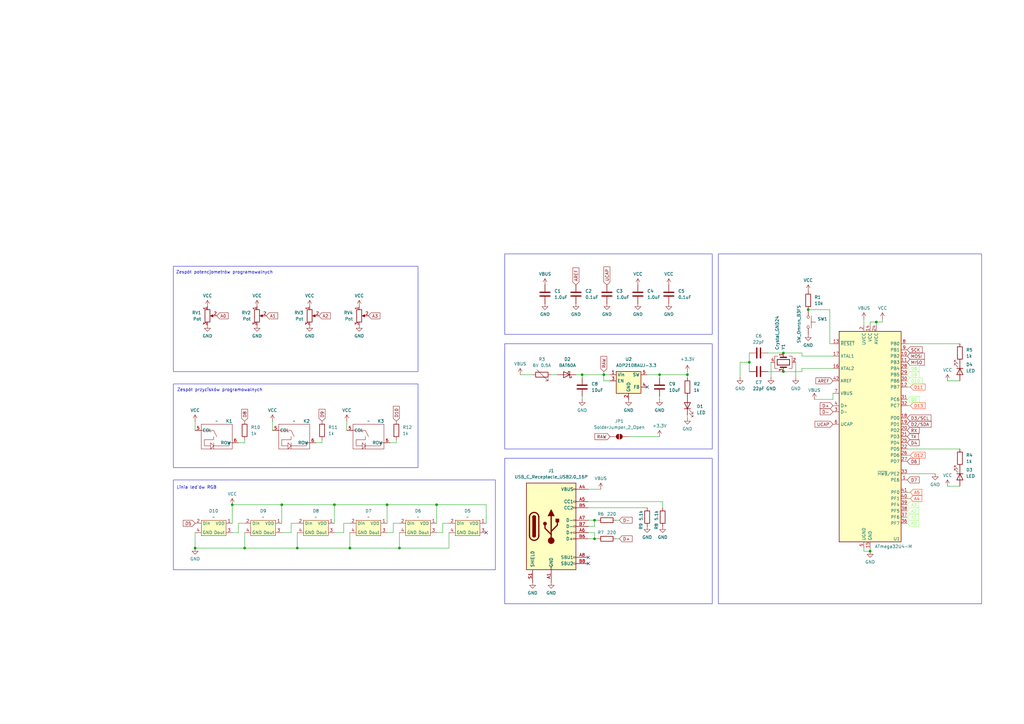
<source format=kicad_sch>
(kicad_sch (version 20231120) (generator "eeschema") (generator_version "8.0")
  (paper "A3")
  (title_block (title "MidiBoardEEA") (date "2024-10-22") (rev "1.1") (company "Politechnika Łódzka"))
  (lib_symbols
    (symbol "Connector:USB_C_Receptacle_USB2.0_16P" (pin_names (offset 1.016))
      (property "Reference" "J" (at 0 22.225 0))
      (property "Value" "USB_C_Receptacle_USB2.0_16P" (at 0 19.685 0))
      (symbol "USB_C_Receptacle_USB2.0_16P_0_0"
        (rectangle (start -0.254 -17.78) (end 0.254 -16.764))
        (rectangle (start 10.16 -14.986) (end 9.144 -15.494))
        (rectangle (start 10.16 -12.446) (end 9.144 -12.954))
        (rectangle (start 10.16 -4.826) (end 9.144 -5.334))
        (rectangle (start 10.16 -2.286) (end 9.144 -2.794))
        (rectangle (start 10.16 0.254) (end 9.144 -0.254))
        (rectangle (start 10.16 2.794) (end 9.144 2.286))
        (rectangle (start 10.16 7.874) (end 9.144 7.366))
        (rectangle (start 10.16 10.414) (end 9.144 9.906))
        (rectangle (start 10.16 15.494) (end 9.144 14.986))
      )
      (symbol "USB_C_Receptacle_USB2.0_16P_0_1"
        (rectangle (start -10.16 17.78) (end 10.16 -17.78) (stroke (width 0.254)) (fill (type background)))
        (arc (start -8.89 -3.81) (mid -6.985 -5.7067) (end -5.08 -3.81) (stroke (width 0.508)))
        (arc (start -7.62 -3.81) (mid -6.985 -4.4423) (end -6.35 -3.81) (stroke (width 0.254)))
        (arc (start -7.62 -3.81) (mid -6.985 -4.4423) (end -6.35 -3.81) (stroke (width 0.254)) (fill (type outline)))
        (rectangle (start -7.62 -3.81) (end -6.35 3.81) (stroke (width 0.254)) (fill (type outline)))
        (arc (start -6.35 3.81) (mid -6.985 4.4423) (end -7.62 3.81) (stroke (width 0.254)))
        (arc (start -6.35 3.81) (mid -6.985 4.4423) (end -7.62 3.81) (stroke (width 0.254)) (fill (type outline)))
        (arc (start -5.08 3.81) (mid -6.985 5.7067) (end -8.89 3.81) (stroke (width 0.508)))
        (circle (center -2.54 1.143) (radius 0.635) (stroke (width 0.254)) (fill (type outline)))
        (circle (center 0 -5.842) (radius 1.27) (fill (type outline)))
        (polyline (pts (xy -8.89 -3.81) (xy -8.89 3.81)) (stroke (width 0.508)))
        (polyline (pts (xy -5.08 3.81) (xy -5.08 -3.81)) (stroke (width 0.508)))
        (polyline (pts (xy 0 -5.842) (xy 0 4.318)) (stroke (width 0.508)))
        (polyline (pts (xy 0 -3.302) (xy -2.54 -0.762) (xy -2.54 0.508)) (stroke (width 0.508)))
        (polyline (pts (xy 0 -2.032) (xy 2.54 0.508) (xy 2.54 1.778)) (stroke (width 0.508)))
        (polyline (pts (xy -1.27 4.318) (xy 0 6.858) (xy 1.27 4.318) (xy -1.27 4.318)) (stroke (width 0.254)) (fill (type outline)))
        (rectangle (start 1.905 1.778) (end 3.175 3.048) (stroke (width 0.254)) (fill (type outline)))
      )
      (symbol "USB_C_Receptacle_USB2.0_16P_1_1"
        (pin passive line (at 0 -22.86 90) (length 5.08) (name "GND") (number "A1"))
        (pin passive line (at 0 -22.86 90) (length 5.08) hide (name "GND") (number "A12"))
        (pin passive line (at 15.24 15.24 180) (length 5.08) (name "VBUS") (number "A4"))
        (pin bidirectional line (at 15.24 10.16 180) (length 5.08) (name "CC1") (number "A5"))
        (pin bidirectional line (at 15.24 -2.54 180) (length 5.08) (name "D+") (number "A6"))
        (pin bidirectional line (at 15.24 2.54 180) (length 5.08) (name "D-") (number "A7"))
        (pin bidirectional line (at 15.24 -12.7 180) (length 5.08) (name "SBU1") (number "A8"))
        (pin passive line (at 15.24 15.24 180) (length 5.08) hide (name "VBUS") (number "A9"))
        (pin passive line (at 0 -22.86 90) (length 5.08) hide (name "GND") (number "B1"))
        (pin passive line (at 0 -22.86 90) (length 5.08) hide (name "GND") (number "B12"))
        (pin passive line (at 15.24 15.24 180) (length 5.08) hide (name "VBUS") (number "B4"))
        (pin bidirectional line (at 15.24 7.62 180) (length 5.08) (name "CC2") (number "B5"))
        (pin bidirectional line (at 15.24 -5.08 180) (length 5.08) (name "D+") (number "B6"))
        (pin bidirectional line (at 15.24 0 180) (length 5.08) (name "D-") (number "B7"))
        (pin bidirectional line (at 15.24 -15.24 180) (length 5.08) (name "SBU2") (number "B8"))
        (pin passive line (at 15.24 15.24 180) (length 5.08) hide (name "VBUS") (number "B9"))
        (pin passive line (at -7.62 -22.86 90) (length 5.08) (name "SHIELD") (number "S1"))
      )
    )
    (symbol "Device:C" (pin_numbers hide) (pin_names (offset 0.254))
      (property "Reference" "C" (at 0.635 2.54 0))
      (property "Value" "C" (at 0.635 -2.54 0))
      (symbol "C_0_1"
        (polyline (pts (xy -2.032 -0.762) (xy 2.032 -0.762)) (stroke (width 0.508)))
        (polyline (pts (xy -2.032 0.762) (xy 2.032 0.762)) (stroke (width 0.508)))
      )
      (symbol "C_1_1"
        (pin passive line (at 0 3.81 270) (length 2.794) (name "~") (number "1"))
        (pin passive line (at 0 -3.81 90) (length 2.794) (name "~") (number "2"))
      )
    )
    (symbol "Device:Crystal_GND24" (pin_names (offset 1.016) hide)
      (property "Reference" "Y" (at 3.175 5.08 0))
      (property "Value" "Crystal_GND24" (at 3.175 3.175 0))
      (symbol "Crystal_GND24_0_1"
        (rectangle (start -1.143 2.54) (end 1.143 -2.54) (stroke (width 0.3048)))
        (polyline (pts (xy -2.54 0) (xy -2.032 0)))
        (polyline (pts (xy -2.032 -1.27) (xy -2.032 1.27)) (stroke (width 0.508)))
        (polyline (pts (xy 0 -3.81) (xy 0 -3.556)))
        (polyline (pts (xy 0 3.556) (xy 0 3.81)))
        (polyline (pts (xy 2.032 -1.27) (xy 2.032 1.27)) (stroke (width 0.508)))
        (polyline (pts (xy 2.032 0) (xy 2.54 0)))
        (polyline (pts (xy -2.54 -2.286) (xy -2.54 -3.556) (xy 2.54 -3.556) (xy 2.54 -2.286)))
        (polyline (pts (xy -2.54 2.286) (xy -2.54 3.556) (xy 2.54 3.556) (xy 2.54 2.286)))
      )
      (symbol "Crystal_GND24_1_1"
        (pin passive line (at -3.81 0 0) (length 1.27) (name "1") (number "1"))
        (pin passive line (at 0 5.08 270) (length 1.27) (name "2") (number "2"))
        (pin passive line (at 3.81 0 180) (length 1.27) (name "3") (number "3"))
        (pin passive line (at 0 -5.08 90) (length 1.27) (name "4") (number "4"))
      )
    )
    (symbol "Device:LED" (pin_numbers hide) (pin_names (offset 1.016) hide)
      (property "Reference" "D" (at 0 2.54 0))
      (property "Value" "LED" (at 0 -2.54 0))
      (symbol "LED_0_1"
        (polyline (pts (xy -1.27 -1.27) (xy -1.27 1.27)) (stroke (width 0.254)))
        (polyline (pts (xy -1.27 0) (xy 1.27 0)))
        (polyline (pts (xy 1.27 -1.27) (xy 1.27 1.27) (xy -1.27 0) (xy 1.27 -1.27)) (stroke (width 0.254)))
        (polyline (pts (xy -3.048 -0.762) (xy -4.572 -2.286) (xy -3.81 -2.286) (xy -4.572 -2.286) (xy -4.572 -1.524)))
        (polyline (pts (xy -1.778 -0.762) (xy -3.302 -2.286) (xy -2.54 -2.286) (xy -3.302 -2.286) (xy -3.302 -1.524)))
      )
      (symbol "LED_1_1"
        (pin passive line (at -3.81 0 0) (length 2.54) (name "K") (number "1"))
        (pin passive line (at 3.81 0 180) (length 2.54) (name "A") (number "2"))
      )
    )
    (symbol "Device:R" (pin_numbers hide) (pin_names (offset 0))
      (property "Reference" "R" (at 2.032 0 90))
      (property "Value" "R" (at 0 0 90))
      (symbol "R_0_1"
        (rectangle (start -1.016 -2.54) (end 1.016 2.54) (stroke (width 0.254)))
      )
      (symbol "R_1_1"
        (pin passive line (at 0 3.81 270) (length 1.27) (name "~") (number "1"))
        (pin passive line (at 0 -3.81 90) (length 1.27) (name "~") (number "2"))
      )
    )
    (symbol "Device:R_Potentiometer" (pin_names (offset 1.016) hide)
      (property "Reference" "RV" (at -4.445 0 90))
      (property "Value" "R_Potentiometer" (at -2.54 0 90))
      (symbol "R_Potentiometer_0_1"
        (polyline (pts (xy 2.54 0) (xy 1.524 0)))
        (polyline (pts (xy 1.143 0) (xy 2.286 0.508) (xy 2.286 -0.508) (xy 1.143 0)) (fill (type outline)))
        (rectangle (start 1.016 2.54) (end -1.016 -2.54) (stroke (width 0.254)))
      )
      (symbol "R_Potentiometer_1_1"
        (pin passive line (at 0 3.81 270) (length 1.27) (name "1") (number "1"))
        (pin passive line (at 3.81 0 180) (length 1.27) (name "2") (number "2"))
        (pin passive line (at 0 -3.81 90) (length 1.27) (name "3") (number "3"))
      )
    )
    (symbol "Device:R_Variable" (pin_numbers hide) (pin_names (offset 0))
      (property "Reference" "R" (at 2.54 -2.54 90))
      (property "Value" "R_Variable" (at -2.54 -1.27 90))
      (symbol "R_Variable_0_1"
        (rectangle (start -1.016 -2.54) (end 1.016 2.54) (stroke (width 0.254)))
        (polyline (pts (xy 2.54 1.524) (xy 2.54 2.54) (xy 1.524 2.54) (xy 2.54 2.54) (xy -2.032 -2.032)))
      )
      (symbol "R_Variable_1_1"
        (pin passive line (at 0 3.81 270) (length 1.27) (name "~") (number "1"))
        (pin passive line (at 0 -3.81 90) (length 1.27) (name "~") (number "2"))
      )
    )
    (symbol "Diode:BAT60A" (pin_numbers hide) (pin_names (offset 1.016) hide)
      (property "Reference" "D" (at 0 2.54 0))
      (property "Value" "BAT60A" (at 0 -2.54 0))
      (symbol "BAT60A_0_1"
        (polyline (pts (xy 1.27 0) (xy -1.27 0)))
        (polyline (pts (xy 1.27 1.27) (xy 1.27 -1.27) (xy -1.27 0) (xy 1.27 1.27)) (stroke (width 0.254)))
        (polyline (pts (xy -1.905 0.635) (xy -1.905 1.27) (xy -1.27 1.27) (xy -1.27 -1.27) (xy -0.635 -1.27) (xy -0.635 -0.635)) (stroke (width 0.254)))
      )
      (symbol "BAT60A_1_1"
        (pin passive line (at -3.81 0 0) (length 2.54) (name "K") (number "1"))
        (pin passive line (at 3.81 0 180) (length 2.54) (name "A") (number "2"))
      )
    )
    (symbol "Jumper:SolderJumper_2_Open" (pin_numbers hide) (pin_names (offset 0) hide) (exclude_from_sim yes) (in_bom no)
      (property "Reference" "JP" (at 0 2.032 0))
      (property "Value" "SolderJumper_2_Open" (at 0 -2.54 0))
      (symbol "SolderJumper_2_Open_0_1"
        (arc (start -0.254 1.016) (mid -1.2656 0) (end -0.254 -1.016))
        (arc (start -0.254 1.016) (mid -1.2656 0) (end -0.254 -1.016) (fill (type outline)))
        (polyline (pts (xy -0.254 1.016) (xy -0.254 -1.016)))
        (polyline (pts (xy 0.254 1.016) (xy 0.254 -1.016)))
        (arc (start 0.254 -1.016) (mid 1.2656 0) (end 0.254 1.016))
        (arc (start 0.254 -1.016) (mid 1.2656 0) (end 0.254 1.016) (fill (type outline)))
      )
      (symbol "SolderJumper_2_Open_1_1"
        (pin passive line (at -3.81 0 0) (length 2.54) (name "A") (number "1"))
        (pin passive line (at 3.81 0 180) (length 2.54) (name "B") (number "2"))
      )
    )
    (symbol "MCU_Microchip_ATmega:ATmega32U4-M"
      (property "Reference" "U" (at -12.7 44.45 0))
      (property "Value" "ATmega32U4-M" (at 2.54 -44.45 0))
      (symbol "ATmega32U4-M_0_1"
        (rectangle (start -12.7 -43.18) (end 12.7 43.18) (stroke (width 0.254)) (fill (type background)))
      )
      (symbol "ATmega32U4-M_1_1"
        (pin bidirectional line (at 15.24 -17.78 180) (length 2.54) (name "PE6") (number "1"))
        (pin bidirectional line (at 15.24 33.02 180) (length 2.54) (name "PB2") (number "10"))
        (pin bidirectional line (at 15.24 30.48 180) (length 2.54) (name "PB3") (number "11"))
        (pin bidirectional line (at 15.24 20.32 180) (length 2.54) (name "PB7") (number "12"))
        (pin input line (at -15.24 38.1 0) (length 2.54) (name "~{RESET}") (number "13"))
        (pin power_in line (at 0 45.72 270) (length 2.54) (name "VCC") (number "14"))
        (pin power_in line (at 0 -45.72 90) (length 2.54) (name "GND") (number "15"))
        (pin output line (at -15.24 27.94 0) (length 2.54) (name "XTAL2") (number "16"))
        (pin input line (at -15.24 33.02 0) (length 2.54) (name "XTAL1") (number "17"))
        (pin bidirectional line (at 15.24 7.62 180) (length 2.54) (name "PD0") (number "18"))
        (pin bidirectional line (at 15.24 5.08 180) (length 2.54) (name "PD1") (number "19"))
        (pin power_in line (at -2.54 45.72 270) (length 2.54) (name "UVCC") (number "2"))
        (pin bidirectional line (at 15.24 2.54 180) (length 2.54) (name "PD2") (number "20"))
        (pin bidirectional line (at 15.24 0 180) (length 2.54) (name "PD3") (number "21"))
        (pin bidirectional line (at 15.24 -5.08 180) (length 2.54) (name "PD5") (number "22"))
        (pin passive line (at 0 -45.72 90) (length 2.54) hide (name "GND") (number "23"))
        (pin power_in line (at 2.54 45.72 270) (length 2.54) (name "AVCC") (number "24"))
        (pin bidirectional line (at 15.24 -2.54 180) (length 2.54) (name "PD4") (number "25"))
        (pin bidirectional line (at 15.24 -7.62 180) (length 2.54) (name "PD6") (number "26"))
        (pin bidirectional line (at 15.24 -10.16 180) (length 2.54) (name "PD7") (number "27"))
        (pin bidirectional line (at 15.24 27.94 180) (length 2.54) (name "PB4") (number "28"))
        (pin bidirectional line (at 15.24 25.4 180) (length 2.54) (name "PB5") (number "29"))
        (pin bidirectional line (at -15.24 10.16 0) (length 2.54) (name "D-") (number "3"))
        (pin bidirectional line (at 15.24 22.86 180) (length 2.54) (name "PB6") (number "30"))
        (pin bidirectional line (at 15.24 15.24 180) (length 2.54) (name "PC6") (number "31"))
        (pin bidirectional line (at 15.24 12.7 180) (length 2.54) (name "PC7") (number "32"))
        (pin bidirectional line (at 15.24 -15.24 180) (length 2.54) (name "~{HWB}/PE2") (number "33"))
        (pin passive line (at 0 45.72 270) (length 2.54) hide (name "VCC") (number "34"))
        (pin passive line (at 0 -45.72 90) (length 2.54) hide (name "GND") (number "35"))
        (pin bidirectional line (at 15.24 -35.56 180) (length 2.54) (name "PF7") (number "36"))
        (pin bidirectional line (at 15.24 -33.02 180) (length 2.54) (name "PF6") (number "37"))
        (pin bidirectional line (at 15.24 -30.48 180) (length 2.54) (name "PF5") (number "38"))
        (pin bidirectional line (at 15.24 -27.94 180) (length 2.54) (name "PF4") (number "39"))
        (pin bidirectional line (at -15.24 12.7 0) (length 2.54) (name "D+") (number "4"))
        (pin bidirectional line (at 15.24 -25.4 180) (length 2.54) (name "PF1") (number "40"))
        (pin bidirectional line (at 15.24 -22.86 180) (length 2.54) (name "PF0") (number "41"))
        (pin passive line (at -15.24 22.86 0) (length 2.54) (name "AREF") (number "42"))
        (pin passive line (at 0 -45.72 90) (length 2.54) hide (name "GND") (number "43"))
        (pin passive line (at 2.54 45.72 270) (length 2.54) hide (name "AVCC") (number "44"))
        (pin passive line (at 0 -45.72 90) (length 2.54) hide (name "GND") (number "45"))
        (pin passive line (at -2.54 -45.72 90) (length 2.54) (name "UGND") (number "5"))
        (pin passive line (at -15.24 5.08 0) (length 2.54) (name "UCAP") (number "6"))
        (pin input line (at -15.24 17.78 0) (length 2.54) (name "VBUS") (number "7"))
        (pin bidirectional line (at 15.24 38.1 180) (length 2.54) (name "PB0") (number "8"))
        (pin bidirectional line (at 15.24 35.56 180) (length 2.54) (name "PB1") (number "9"))
      )
    )
    (symbol "Regulator_Switching:ADP2108AUJ-3.3"
      (property "Reference" "U" (at -5.08 5.08 0))
      (property "Value" "ADP2108AUJ-3.3" (at 0 5.08 0))
      (symbol "ADP2108AUJ-3.3_0_1"
        (rectangle (start -5.08 3.81) (end 5.08 -5.08) (stroke (width 0.254)) (fill (type background)))
      )
      (symbol "ADP2108AUJ-3.3_1_1"
        (pin power_in line (at -7.62 2.54 0) (length 2.54) (name "Vin") (number "1"))
        (pin power_in line (at 0 -7.62 90) (length 2.54) (name "GND") (number "2"))
        (pin input line (at -7.62 0 0) (length 2.54) (name "EN") (number "3"))
        (pin input line (at 7.62 -2.54 180) (length 2.54) (name "FB") (number "4"))
        (pin input line (at 7.62 2.54 180) (length 2.54) (name "SW") (number "5"))
      )
    )
    (symbol "Switch:SW_Omron_B3FS" (pin_numbers hide) (pin_names (offset 1.016) hide)
      (property "Reference" "SW" (at 1.27 2.54 0))
      (property "Value" "SW_Omron_B3FS" (at 0 -1.524 0))
      (symbol "SW_Omron_B3FS_0_1"
        (circle (center -2.032 0) (radius 0.508))
        (polyline (pts (xy 0 1.27) (xy 0 3.048)))
        (polyline (pts (xy 2.54 1.27) (xy -2.54 1.27)))
        (circle (center 2.032 0) (radius 0.508))
        (pin passive line (at -5.08 0 0) (length 2.54) (name "1") (number "1"))
        (pin passive line (at 5.08 0 180) (length 2.54) (name "2") (number "2"))
      )
    )
    (symbol "_CustomLibSybbols:MX_FHS_5pinRGB"
      (property "Reference" "K" (at 3.302 6.35 0))
      (symbol "MX_FHS_5pinRGB_0_1"
        (rectangle (start -6.35 5.08) (end 6.35 -5.08))
        (polyline (pts (xy -1.27 -2.54) (xy -1.27 -5.08)))
        (polyline (pts (xy -6.35 2.54) (xy -1.27 2.54) (xy 0 0)))
        (polyline (pts (xy -1.27 -3.81) (xy 5.08 -3.81) (xy 5.08 -2.54) (xy 6.35 -2.54)))
        (polyline (pts (xy -1.27 0) (xy -1.27 -1.27) (xy -5.08 -1.27) (xy -5.08 -3.81) (xy -2.54 -3.81) (xy -2.54 -2.54) (xy -1.27 -3.81) (xy -2.54 -5.08) (xy -2.54 -3.81)))
      )
      (symbol "MX_FHS_5pinRGB_1_1"
        (pin bidirectional line (at -8.89 2.54 0) (length 2.54) (name "COL") (number "5"))
        (pin bidirectional line (at 8.89 -2.54 180) (length 2.54) (name "ROW") (number "6"))
      )
    )
    (symbol "_CustomLibSybbols:WS3228"
      (property "Reference" "D" (at 0 5.08 0))
      (symbol "WS3228_1_1"
        (rectangle (start 5.08 -2.54) (end -5.08 3.81) (fill (type background)))
        (pin bidirectional line (at -7.62 2.54 0) (length 2.54) (name "VDD") (number "1"))
        (pin bidirectional line (at 7.62 2.54 180) (length 2.54) (name "Din") (number "2"))
        (pin bidirectional line (at -7.62 -1.27 0) (length 2.54) (name "Dout") (number "3"))
        (pin bidirectional line (at 7.62 -1.27 180) (length 2.54) (name "GND") (number "4"))
      )
    )
    (symbol "power:+3.3V" (power) (pin_numbers hide) (pin_names (offset 0) hide)
      (property "Value" "+3.3V" (at 0 3.556 0))
      (symbol "+3.3V_0_1"
        (polyline (pts (xy -0.762 1.27) (xy 0 2.54)))
        (polyline (pts (xy 0 0) (xy 0 2.54)))
        (polyline (pts (xy 0 2.54) (xy 0.762 1.27)))
      )
      (symbol "+3.3V_1_1"
        (pin power_in line (at 0 0 90) (length 0) (name "~") (number "1"))
      )
    )
    (symbol "power:GND" (power) (pin_numbers hide) (pin_names (offset 0) hide)
      (property "Value" "GND" (at 0 -3.81 0))
      (symbol "GND_0_1"
        (polyline (pts (xy 0 0) (xy 0 -1.27) (xy 1.27 -1.27) (xy 0 -2.54) (xy -1.27 -1.27) (xy 0 -1.27)))
      )
      (symbol "GND_1_1"
        (pin power_in line (at 0 0 270) (length 0) (name "~") (number "1"))
      )
    )
    (symbol "power:VBUS" (power) (pin_numbers hide) (pin_names (offset 0) hide)
      (property "Value" "VBUS" (at 0 3.556 0))
      (symbol "VBUS_0_1"
        (polyline (pts (xy -0.762 1.27) (xy 0 2.54)))
        (polyline (pts (xy 0 0) (xy 0 2.54)))
        (polyline (pts (xy 0 2.54) (xy 0.762 1.27)))
      )
      (symbol "VBUS_1_1"
        (pin power_in line (at 0 0 90) (length 0) (name "~") (number "1"))
      )
    )
    (symbol "power:VCC" (power) (pin_numbers hide) (pin_names (offset 0) hide)
      (property "Value" "VCC" (at 0 3.556 0))
      (symbol "VCC_0_1"
        (polyline (pts (xy -0.762 1.27) (xy 0 2.54)))
        (polyline (pts (xy 0 0) (xy 0 2.54)))
        (polyline (pts (xy 0 2.54) (xy 0.762 1.27)))
      )
      (symbol "VCC_1_1"
        (pin power_in line (at 0 0 90) (length 0) (name "~") (number "1"))
      )
    )
  )
  (junction (at 281.94 153.67))
  (junction (at 121.92 224.79))
  (junction (at 80.01 224.79))
  (junction (at 307.34 148.59))
  (junction (at 356.87 226.06))
  (junction (at 359.41 132.08))
  (junction (at 331.47 127))
  (junction (at 100.33 224.79))
  (junction (at 143.51 224.79))
  (junction (at 137.16 207.01))
  (junction (at 115.57 207.01))
  (junction (at 158.75 207.01))
  (junction (at 95.25 207.01))
  (junction (at 238.76 153.67))
  (junction (at 243.84 213.36))
  (junction (at 270.51 153.67))
  (junction (at 243.84 220.98))
  (junction (at 321.31 144.78))
  (junction (at 247.65 153.67))
  (junction (at 163.83 224.79))
  (junction (at 321.31 152.4))
  (junction (at 179.07 207.01))
  (no_connect (at 265.43 158.75))
  (no_connect (at 199.39 218.44))
  (no_connect (at 241.3 231.14))
  (no_connect (at 241.3 228.6))
  (wire (pts (xy 372.11 204.47) (xy 373.38 204.47)))
  (wire (pts (xy 158.75 207.01) (xy 137.16 207.01)))
  (wire (pts (xy 161.29 214.63) (xy 163.83 214.63)))
  (wire (pts (xy 270.51 153.67) (xy 270.51 154.94)))
  (wire (pts (xy 340.36 127) (xy 331.47 127)))
  (wire (pts (xy 97.79 214.63) (xy 100.33 214.63)))
  (wire (pts (xy 265.43 153.67) (xy 270.51 153.67)))
  (wire (pts (xy 181.61 214.63) (xy 184.15 214.63)))
  (wire (pts (xy 115.57 214.63) (xy 115.57 207.01)))
  (wire (pts (xy 140.97 214.63) (xy 143.51 214.63)))
  (wire (pts (xy 137.16 207.01) (xy 115.57 207.01)))
  (wire (pts (xy 247.65 152.4) (xy 247.65 153.67)))
  (wire (pts (xy 245.11 213.36) (xy 243.84 213.36)))
  (wire (pts (xy 372.11 184.15) (xy 393.7 184.15)))
  (wire (pts (xy 162.56 180.34) (xy 162.56 181.61)))
  (wire (pts (xy 314.96 152.4) (xy 321.31 152.4)))
  (wire (pts (xy 270.51 153.67) (xy 281.94 153.67)))
  (wire (pts (xy 361.95 130.81) (xy 361.95 132.08)))
  (wire (pts (xy 143.51 218.44) (xy 143.51 224.79)))
  (wire (pts (xy 161.29 218.44) (xy 161.29 214.63)))
  (wire (pts (xy 243.84 213.36) (xy 243.84 215.9)))
  (wire (pts (xy 356.87 226.06) (xy 356.87 224.79)))
  (wire (pts (xy 314.96 144.78) (xy 321.31 144.78)))
  (wire (pts (xy 226.06 153.67) (xy 228.6 153.67)))
  (wire (pts (xy 179.07 207.01) (xy 158.75 207.01)))
  (wire (pts (xy 132.08 181.61) (xy 129.54 181.61)))
  (wire (pts (xy 163.83 224.79) (xy 143.51 224.79)))
  (wire (pts (xy 163.83 218.44) (xy 163.83 224.79)))
  (wire (pts (xy 359.41 132.08) (xy 359.41 133.35)))
  (wire (pts (xy 80.01 172.72) (xy 80.01 176.53)))
  (wire (pts (xy 238.76 153.67) (xy 247.65 153.67)))
  (wire (pts (xy 100.33 181.61) (xy 100.33 180.34)))
  (wire (pts (xy 372.11 166.37) (xy 373.38 166.37)))
  (wire (pts (xy 328.93 151.13) (xy 341.63 151.13)))
  (wire (pts (xy 328.93 146.05) (xy 341.63 146.05)))
  (wire (pts (xy 243.84 218.44) (xy 243.84 220.98)))
  (wire (pts (xy 303.53 154.94) (xy 303.53 148.59)))
  (wire (pts (xy 356.87 132.08) (xy 356.87 133.35)))
  (wire (pts (xy 115.57 207.01) (xy 95.25 207.01)))
  (wire (pts (xy 372.11 186.69) (xy 373.38 186.69)))
  (wire (pts (xy 199.39 214.63) (xy 199.39 207.01)))
  (wire (pts (xy 119.38 214.63) (xy 121.92 214.63)))
  (wire (pts (xy 115.57 218.44) (xy 119.38 218.44)))
  (wire (pts (xy 303.53 148.59) (xy 307.34 148.59)))
  (wire (pts (xy 354.33 226.06) (xy 356.87 226.06)))
  (wire (pts (xy 252.73 213.36) (xy 254 213.36)))
  (wire (pts (xy 241.3 220.98) (xy 243.84 220.98)))
  (wire (pts (xy 243.84 215.9) (xy 241.3 215.9)))
  (wire (pts (xy 356.87 132.08) (xy 359.41 132.08)))
  (wire (pts (xy 181.61 218.44) (xy 181.61 214.63)))
  (wire (pts (xy 257.81 179.07) (xy 270.51 179.07)))
  (wire (pts (xy 361.95 132.08) (xy 359.41 132.08)))
  (wire (pts (xy 340.36 140.97) (xy 341.63 140.97)))
  (wire (pts (xy 354.33 130.81) (xy 354.33 133.35)))
  (wire (pts (xy 142.24 172.72) (xy 142.24 176.53)))
  (wire (pts (xy 271.78 208.28) (xy 271.78 205.74)))
  (wire (pts (xy 241.3 213.36) (xy 243.84 213.36)))
  (wire (pts (xy 340.36 140.97) (xy 340.36 127)))
  (wire (pts (xy 247.65 156.21) (xy 250.19 156.21)))
  (wire (pts (xy 281.94 153.67) (xy 281.94 154.94)))
  (wire (pts (xy 199.39 207.01) (xy 179.07 207.01)))
  (wire (pts (xy 121.92 218.44) (xy 121.92 224.79)))
  (wire (pts (xy 271.78 205.74) (xy 241.3 205.74)))
  (wire (pts (xy 372.11 194.31) (xy 383.54 194.31)))
  (wire (pts (xy 393.7 156.21) (xy 388.62 156.21)))
  (wire (pts (xy 281.94 171.45) (xy 281.94 170.18)))
  (wire (pts (xy 179.07 218.44) (xy 181.61 218.44)))
  (wire (pts (xy 95.25 207.01) (xy 95.25 214.63)))
  (wire (pts (xy 247.65 153.67) (xy 247.65 156.21)))
  (wire (pts (xy 254 220.98) (xy 252.73 220.98)))
  (wire (pts (xy 100.33 181.61) (xy 97.79 181.61)))
  (wire (pts (xy 184.15 218.44) (xy 184.15 224.79)))
  (wire (pts (xy 326.39 148.59) (xy 326.39 154.94)))
  (wire (pts (xy 158.75 218.44) (xy 161.29 218.44)))
  (wire (pts (xy 121.92 224.79) (xy 100.33 224.79)))
  (wire (pts (xy 97.79 218.44) (xy 97.79 214.63)))
  (wire (pts (xy 247.65 153.67) (xy 250.19 153.67)))
  (wire (pts (xy 236.22 153.67) (xy 238.76 153.67)))
  (wire (pts (xy 162.56 181.61) (xy 160.02 181.61)))
  (wire (pts (xy 243.84 220.98) (xy 245.11 220.98)))
  (wire (pts (xy 241.3 208.28) (xy 265.43 208.28)))
  (wire (pts (xy 246.38 200.66) (xy 241.3 200.66)))
  (wire (pts (xy 137.16 214.63) (xy 137.16 207.01)))
  (wire (pts (xy 321.31 152.4) (xy 328.93 152.4)))
  (wire (pts (xy 354.33 226.06) (xy 354.33 224.79)))
  (wire (pts (xy 140.97 218.44) (xy 140.97 214.63)))
  (wire (pts (xy 270.51 162.56) (xy 270.51 163.83)))
  (wire (pts (xy 334.01 163.83) (xy 341.63 163.83)))
  (wire (pts (xy 321.31 144.78) (xy 328.93 144.78)))
  (wire (pts (xy 111.76 172.72) (xy 111.76 176.53)))
  (wire (pts (xy 281.94 152.4) (xy 281.94 153.67)))
  (wire (pts (xy 179.07 214.63) (xy 179.07 207.01)))
  (wire (pts (xy 100.33 224.79) (xy 80.01 224.79)))
  (wire (pts (xy 241.3 218.44) (xy 243.84 218.44)))
  (wire (pts (xy 132.08 180.34) (xy 132.08 181.61)))
  (wire (pts (xy 100.33 218.44) (xy 100.33 224.79)))
  (wire (pts (xy 238.76 162.56) (xy 238.76 163.83)))
  (wire (pts (xy 80.01 224.79) (xy 80.01 218.44)))
  (wire (pts (xy 372.11 158.75) (xy 373.38 158.75)))
  (wire (pts (xy 328.93 151.13) (xy 328.93 152.4)))
  (wire (pts (xy 158.75 214.63) (xy 158.75 207.01)))
  (wire (pts (xy 213.36 153.67) (xy 218.44 153.67)))
  (wire (pts (xy 372.11 201.93) (xy 373.38 201.93)))
  (wire (pts (xy 119.38 218.44) (xy 119.38 214.63)))
  (wire (pts (xy 316.23 148.59) (xy 316.23 154.94)))
  (wire (pts (xy 341.63 163.83) (xy 341.63 161.29)))
  (wire (pts (xy 95.25 218.44) (xy 97.79 218.44)))
  (wire (pts (xy 328.93 144.78) (xy 328.93 146.05)))
  (wire (pts (xy 307.34 148.59) (xy 307.34 152.4)))
  (wire (pts (xy 184.15 224.79) (xy 163.83 224.79)))
  (wire (pts (xy 143.51 224.79) (xy 121.92 224.79)))
  (wire (pts (xy 307.34 144.78) (xy 307.34 148.59)))
  (wire (pts (xy 137.16 218.44) (xy 140.97 218.44)))
  (wire (pts (xy 372.11 140.97) (xy 393.7 140.97)))
  (wire (pts (xy 238.76 153.67) (xy 238.76 154.94)))
  (wire (pts (xy 393.7 199.39) (xy 388.62 199.39)))
  (rectangle (start 71.12 157.48) (end 171.45 191.77))
  (rectangle (start 294.64 104.14) (end 402.59 247.65))
  (rectangle (start 207.01 187.96) (end 292.1 247.65))
  (rectangle (start 207.01 104.14) (end 292.1 137.16))
  (rectangle (start 71.12 109.22) (end 171.45 152.4))
  (rectangle (start 71.12 196.85) (end 203.2 233.68))
  (rectangle (start 207.01 140.97) (end 292.1 184.15))
  (text "Zespół potencjometrów programowalnych" (at 92.075 111.76 0) (effects (font (size 1.27 1.27))))
  (text "Zespół przycisków programowalnych" (at 90.17 160.02 0) (effects (font (size 1.27 1.27))))
  (text "Linia led'ów RGB" (at 80.645 200.025 0) (effects (font (size 1.27 1.27))))
  (global_label "A1" (shape input) (at 109.22 129.54 0) (property "Intersheetrefs" "${INTERSHEET_REFS}" (effects (hide yes))))
  (global_label "D4" (shape input) (at 372.11 181.61 0) (property "Intersheetrefs" "${INTERSHEET_REFS}" (effects (hide yes))))
  (global_label "D5" (shape input) (at 80.01 214.63 180) (property "Intersheetrefs" "${INTERSHEET_REFS}" (effects (hide yes))))
  (global_label "D-" (shape input) (at 341.63 168.91 180) (property "Intersheetrefs" "${INTERSHEET_REFS}" (effects (hide yes))))
  (global_label "A2" (shape input) (at 372.11 209.55 0) (property "Intersheetrefs" "${INTERSHEET_REFS}" (effects (hide yes))))
  (global_label "D+" (shape input) (at 341.63 166.37 180) (property "Intersheetrefs" "${INTERSHEET_REFS}" (effects (hide yes))))
  (global_label "RAW" (shape input) (at 250.19 179.07 180) (property "Intersheetrefs" "${INTERSHEET_REFS}" (effects (hide yes))))
  (global_label "MISO" (shape input) (at 372.11 148.59 0) (property "Intersheetrefs" "${INTERSHEET_REFS}" (effects (hide yes))))
  (global_label "D3{slash}SCL" (shape input) (at 372.11 171.45 0) (property "Intersheetrefs" "${INTERSHEET_REFS}" (effects (hide yes))))
  (global_label "D10" (shape input) (at 372.11 156.21 0) (property "Intersheetrefs" "${INTERSHEET_REFS}" (effects (hide yes))))
  (global_label "A0" (shape input) (at 372.11 214.63 0) (property "Intersheetrefs" "${INTERSHEET_REFS}" (effects (hide yes))))
  (global_label "D7" (shape input) (at 372.11 196.85 0) (property "Intersheetrefs" "${INTERSHEET_REFS}" (effects (hide yes))))
  (global_label "D2{slash}SDA" (shape input) (at 372.11 173.99 0) (property "Intersheetrefs" "${INTERSHEET_REFS}" (effects (hide yes))))
  (global_label "D-" (shape input) (at 254 213.36 0) (property "Intersheetrefs" "${INTERSHEET_REFS}" (effects (hide yes))))
  (global_label "A3" (shape input) (at 372.11 207.01 0) (property "Intersheetrefs" "${INTERSHEET_REFS}" (effects (hide yes))))
  (global_label "MOSI" (shape input) (at 372.11 146.05 0) (property "Intersheetrefs" "${INTERSHEET_REFS}" (effects (hide yes))))
  (global_label "D12" (shape input) (at 373.38 186.69 0) (property "Intersheetrefs" "${INTERSHEET_REFS}" (effects (hide yes))))
  (global_label "A3" (shape input) (at 151.13 129.54 0) (property "Intersheetrefs" "${INTERSHEET_REFS}" (effects (hide yes))))
  (global_label "A1" (shape input) (at 372.11 212.09 0) (property "Intersheetrefs" "${INTERSHEET_REFS}" (effects (hide yes))))
  (global_label "RX" (shape input) (at 372.11 176.53 0) (property "Intersheetrefs" "${INTERSHEET_REFS}" (effects (hide yes))))
  (global_label "D9" (shape input) (at 132.08 172.72 90) (property "Intersheetrefs" "${INTERSHEET_REFS}" (effects (hide yes))))
  (global_label "D9" (shape input) (at 372.11 153.67 0) (property "Intersheetrefs" "${INTERSHEET_REFS}" (effects (hide yes))))
  (global_label "D11" (shape input) (at 373.38 158.75 0) (property "Intersheetrefs" "${INTERSHEET_REFS}" (effects (hide yes))))
  (global_label "A0" (shape input) (at 88.9 129.54 0) (property "Intersheetrefs" "${INTERSHEET_REFS}" (effects (hide yes))))
  (global_label "D10" (shape input) (at 162.56 172.72 90) (property "Intersheetrefs" "${INTERSHEET_REFS}" (effects (hide yes))))
  (global_label "UCAP" (shape input) (at 248.92 116.84 90) (property "Intersheetrefs" "${INTERSHEET_REFS}" (effects (hide yes))))
  (global_label "D8" (shape input) (at 372.11 151.13 0) (property "Intersheetrefs" "${INTERSHEET_REFS}" (effects (hide yes))))
  (global_label "UCAP" (shape input) (at 341.63 173.99 180) (property "Intersheetrefs" "${INTERSHEET_REFS}" (effects (hide yes))))
  (global_label "D6" (shape input) (at 372.11 189.23 0) (property "Intersheetrefs" "${INTERSHEET_REFS}" (effects (hide yes))))
  (global_label "TX" (shape input) (at 372.11 179.07 0) (property "Intersheetrefs" "${INTERSHEET_REFS}" (effects (hide yes))))
  (global_label "D8" (shape input) (at 100.33 172.72 90) (property "Intersheetrefs" "${INTERSHEET_REFS}" (effects (hide yes))))
  (global_label "A5" (shape input) (at 373.38 201.93 0) (property "Intersheetrefs" "${INTERSHEET_REFS}" (effects (hide yes))))
  (global_label "RAW" (shape input) (at 247.65 152.4 90) (property "Intersheetrefs" "${INTERSHEET_REFS}" (effects (hide yes))))
  (global_label "D13" (shape input) (at 373.38 166.37 0) (property "Intersheetrefs" "${INTERSHEET_REFS}" (effects (hide yes))))
  (global_label "AREF" (shape input) (at 236.22 116.84 90) (property "Intersheetrefs" "${INTERSHEET_REFS}" (effects (hide yes))))
  (global_label "D5" (shape input) (at 372.11 163.83 0) (property "Intersheetrefs" "${INTERSHEET_REFS}" (effects (hide yes))))
  (global_label "A2" (shape input) (at 130.81 129.54 0) (property "Intersheetrefs" "${INTERSHEET_REFS}" (effects (hide yes))))
  (global_label "A4" (shape input) (at 373.38 204.47 0) (property "Intersheetrefs" "${INTERSHEET_REFS}" (effects (hide yes))))
  (global_label "SCK" (shape input) (at 372.11 143.51 0) (property "Intersheetrefs" "${INTERSHEET_REFS}" (effects (hide yes))))
  (global_label "AREF" (shape input) (at 341.63 156.21 180) (property "Intersheetrefs" "${INTERSHEET_REFS}" (effects (hide yes))))
  (global_label "D+" (shape input) (at 254 220.98 0) (property "Intersheetrefs" "${INTERSHEET_REFS}" (effects (hide yes))))
  (symbol (lib_id "power:GND") (at 218.44 238.76 0) (unit 1)
    (property "Reference" "#PWR046" (effects (hide yes)))
    (property "Value" "GND" (at 218.44 243.205 0))
    (property "Description" "Power symbol creates a global label with name \"GND\" , ground" (effects (hide yes)))
  )
  (symbol (lib_id "Device:C") (at 274.32 120.65 0) (unit 1)
    (property "Reference" "C5" (at 278.13 119.3799 0) (effects (justify left)))
    (property "Value" "0.1uF" (at 278.13 121.9199 0) (effects (justify left)))
    (property "Footprint" "Capacitor_SMD:C_0402_1005Metric" (effects (hide yes)))
    (property "Description" "Unpolarized capacitor" (effects (hide yes)))
  )
  (symbol (lib_id "Device:R") (at 100.33 176.53 180) (unit 1)
    (property "Reference" "R10" (at 102.87 175.2599 0) (effects (justify right)))
    (property "Value" "1k" (at 102.87 177.7999 0) (effects (justify right)))
    (property "Footprint" "Resistor_SMD:R_0402_1005Metric" (effects (hide yes)))
    (property "Description" "Resistor" (effects (hide yes)))
  )
  (symbol (lib_id "power:GND") (at 331.47 137.16 0) (unit 1)
    (property "Reference" "#PWR018" (effects (hide yes)))
    (property "Value" "GND" (at 331.47 141.605 0))
    (property "Description" "Power symbol creates a global label with name \"GND\" , ground" (effects (hide yes)))
  )
  (symbol (lib_id "_CustomLibSybbols:WS3228") (at 171.45 217.17 0) (mirror y) (unit 1)
    (property "Reference" "D6" (at 171.45 209.55 0))
    (property "Value" "~" (at 171.45 212.09 0))
    (property "Footprint" "_CustomPartsFootprints:WS3238" (effects (hide yes)))
  )
  (symbol (lib_id "power:GND") (at 265.43 215.9 0) (unit 1)
    (property "Reference" "#PWR030" (effects (hide yes)))
    (property "Value" "GND" (at 265.43 220.345 0))
    (property "Description" "Power symbol creates a global label with name \"GND\" , ground" (effects (hide yes)))
  )
  (symbol (lib_id "Jumper:SolderJumper_2_Open") (at 254 179.07 0) (unit 1) (exclude_from_sim yes) (in_bom no)
    (property "Reference" "JP1" (at 254 172.72 0))
    (property "Value" "SolderJumper_2_Open" (at 254 175.26 0))
    (property "Footprint" "Jumper:SolderJumper-2_P1.3mm_Open_TrianglePad1.0x1.5mm" (effects (hide yes)))
    (property "Description" "Solder Jumper, 2-pole, open" (effects (hide yes)))
  )
  (symbol (lib_id "power:GND") (at 80.01 224.79 0) (unit 1)
    (property "Reference" "#PWR047" (effects (hide yes)))
    (property "Value" "GND" (at 80.01 229.235 0))
    (property "Description" "Power symbol creates a global label with name \"GND\" , ground" (effects (hide yes)))
  )
  (symbol (lib_id "Device:C") (at 261.62 120.65 0) (unit 1)
    (property "Reference" "C4" (at 265.43 119.3799 0) (effects (justify left)))
    (property "Value" "1.0uF" (at 265.43 121.9199 0) (effects (justify left)))
    (property "Footprint" "Capacitor_SMD:C_0402_1005Metric" (effects (hide yes)))
    (property "Description" "Unpolarized capacitor" (effects (hide yes)))
  )
  (symbol (lib_id "Device:LED") (at 281.94 166.37 90) (unit 1)
    (property "Reference" "D1" (at 285.75 166.6874 90) (effects (justify right)))
    (property "Value" "LED" (at 285.75 169.2274 90) (effects (justify right)))
    (property "Footprint" "LED_SMD:LED_0603_1608Metric" (effects (hide yes)))
    (property "Description" "Light emitting diode" (effects (hide yes)))
  )
  (symbol (lib_id "power:VBUS") (at 246.38 200.66 0) (unit 1)
    (property "Reference" "#PWR028" (effects (hide yes)))
    (property "Value" "VBUS" (at 246.38 196.215 0))
    (property "Description" "Power symbol creates a global label with name \"VBUS\"" (effects (hide yes)))
  )
  (symbol (lib_id "power:GND") (at 226.06 238.76 0) (unit 1)
    (property "Reference" "#PWR029" (effects (hide yes)))
    (property "Value" "GND" (at 226.06 243.205 0))
    (property "Description" "Power symbol creates a global label with name \"GND\" , ground" (effects (hide yes)))
  )
  (symbol (lib_id "power:VBUS") (at 213.36 153.67 0) (unit 1)
    (property "Reference" "#PWR024" (effects (hide yes)))
    (property "Value" "VBUS" (at 213.36 149.225 0))
    (property "Description" "Power symbol creates a global label with name \"VBUS\"" (effects (hide yes)))
  )
  (symbol (lib_id "Device:C") (at 236.22 120.65 0) (unit 1)
    (property "Reference" "C2" (at 240.03 119.3799 0) (effects (justify left)))
    (property "Value" "0.1uF" (at 240.03 121.9199 0) (effects (justify left)))
    (property "Footprint" "Capacitor_SMD:C_0402_1005Metric" (effects (hide yes)))
    (property "Description" "Unpolarized capacitor" (effects (hide yes)))
  )
  (symbol (lib_id "power:GND") (at 236.22 124.46 0) (unit 1)
    (property "Reference" "#PWR02" (effects (hide yes)))
    (property "Value" "GND" (at 236.22 128.905 0))
    (property "Description" "Power symbol creates a global label with name \"GND\" , ground" (effects (hide yes)))
  )
  (symbol (lib_id "power:GND") (at 270.51 163.83 0) (unit 1)
    (property "Reference" "#PWR021" (effects (hide yes)))
    (property "Value" "GND" (at 270.51 168.275 0))
    (property "Description" "Power symbol creates a global label with name \"GND\" , ground" (effects (hide yes)))
  )
  (symbol (lib_id "power:GND") (at 356.87 226.06 0) (unit 1)
    (property "Reference" "#PWR014" (effects (hide yes)))
    (property "Value" "GND" (at 356.87 230.505 0))
    (property "Description" "Power symbol creates a global label with name \"GND\" , ground" (effects (hide yes)))
  )
  (symbol (lib_id "power:GND") (at 316.23 154.94 0) (unit 1)
    (property "Reference" "#PWR011" (effects (hide yes)))
    (property "Value" "GND" (at 316.23 159.385 0))
    (property "Description" "Power symbol creates a global label with name \"GND\" , ground" (effects (hide yes)))
  )
  (symbol (lib_id "power:GND") (at 257.81 163.83 0) (unit 1)
    (property "Reference" "#PWR019" (effects (hide yes)))
    (property "Value" "GND" (at 257.81 168.275 0))
    (property "Description" "Power symbol creates a global label with name \"GND\" , ground" (effects (hide yes)))
  )
  (symbol (lib_id "power:GND") (at 147.32 133.35 0) (unit 1)
    (property "Reference" "#PWR039" (effects (hide yes)))
    (property "Value" "GND" (at 147.32 137.795 0))
    (property "Description" "Power symbol creates a global label with name \"GND\" , ground" (effects (hide yes)))
  )
  (symbol (lib_id "power:VBUS") (at 223.52 116.84 0) (unit 1)
    (property "Reference" "#PWR08" (effects (hide yes)))
    (property "Value" "VBUS" (at 223.52 112.395 0))
    (property "Description" "Power symbol creates a global label with name \"VBUS\"" (effects (hide yes)))
  )
  (symbol (lib_id "_CustomLibSybbols:WS3228") (at 129.54 217.17 0) (mirror y) (unit 1)
    (property "Reference" "D8" (at 129.54 209.55 0))
    (property "Value" "~" (at 129.54 212.09 0))
    (property "Footprint" "_CustomPartsFootprints:WS3238" (effects (hide yes)))
  )
  (symbol (lib_id "power:GND") (at 248.92 124.46 0) (unit 1)
    (property "Reference" "#PWR03" (effects (hide yes)))
    (property "Value" "GND" (at 248.92 128.905 0))
    (property "Description" "Power symbol creates a global label with name \"GND\" , ground" (effects (hide yes)))
  )
  (symbol (lib_id "power:GND") (at 271.78 215.9 0) (unit 1)
    (property "Reference" "#PWR031" (effects (hide yes)))
    (property "Value" "GND" (at 271.78 220.345 0))
    (property "Description" "Power symbol creates a global label with name \"GND\" , ground" (effects (hide yes)))
  )
  (symbol (lib_id "power:GND") (at 274.32 124.46 0) (unit 1)
    (property "Reference" "#PWR05" (effects (hide yes)))
    (property "Value" "GND" (at 274.32 128.905 0))
    (property "Description" "Power symbol creates a global label with name \"GND\" , ground" (effects (hide yes)))
  )
  (symbol (lib_id "power:VCC") (at 388.62 156.21 0) (unit 1)
    (property "Reference" "#PWR026" (effects (hide yes)))
    (property "Value" "VCC" (at 388.62 151.765 0))
    (property "Description" "Power symbol creates a global label with name \"VCC\"" (effects (hide yes)))
  )
  (symbol (lib_id "power:+3.3V") (at 281.94 152.4 0) (unit 1)
    (property "Reference" "#PWR023" (effects (hide yes)))
    (property "Value" "+3.3V" (at 281.94 147.32 0))
    (property "Description" "Power symbol creates a global label with name \"+3.3V\"" (effects (hide yes)))
  )
  (symbol (lib_id "power:GND") (at 281.94 171.45 0) (unit 1)
    (property "Reference" "#PWR022" (effects (hide yes)))
    (property "Value" "GND" (at 281.94 175.895 0))
    (property "Description" "Power symbol creates a global label with name \"GND\" , ground" (effects (hide yes)))
  )
  (symbol (lib_id "_CustomLibSybbols:WS3228") (at 87.63 217.17 0) (mirror y) (unit 1)
    (property "Reference" "D10" (at 87.63 209.55 0))
    (property "Value" "~" (at 87.63 212.09 0))
    (property "Footprint" "_CustomPartsFootprints:WS3238" (effects (hide yes)))
  )
  (symbol (lib_id "_CustomLibSybbols:WS3228") (at 107.95 217.17 0) (mirror y) (unit 1)
    (property "Reference" "D9" (at 107.95 209.55 0))
    (property "Value" "~" (at 107.95 212.09 0))
    (property "Footprint" "_CustomPartsFootprints:WS3238" (effects (hide yes)))
  )
  (symbol (lib_id "Device:C") (at 270.51 158.75 0) (unit 1)
    (property "Reference" "C9" (at 274.32 157.4799 0) (effects (justify left)))
    (property "Value" "10uF" (at 274.32 160.0199 0) (effects (justify left)))
    (property "Footprint" "Capacitor_SMD:C_0603_1608Metric" (effects (hide yes)))
    (property "Description" "Unpolarized capacitor" (effects (hide yes)))
  )
  (symbol (lib_id "Device:R") (at 265.43 212.09 0) (unit 1)
    (property "Reference" "R9" (at 262.89 215.9 90))
    (property "Value" "5.1k" (at 262.89 211.455 90))
    (property "Footprint" "Resistor_SMD:R_0402_1005Metric" (effects (hide yes)))
    (property "Description" "Resistor" (effects (hide yes)))
  )
  (symbol (lib_id "Device:C") (at 238.76 158.75 0) (unit 1)
    (property "Reference" "C8" (at 242.57 157.4799 0) (effects (justify left)))
    (property "Value" "10uF" (at 242.57 160.0199 0) (effects (justify left)))
    (property "Footprint" "Capacitor_SMD:C_0603_1608Metric" (effects (hide yes)))
    (property "Description" "Unpolarized capacitor" (effects (hide yes)))
  )
  (symbol (lib_id "power:VCC") (at 142.24 172.72 0) (unit 1)
    (property "Reference" "#PWR045" (effects (hide yes)))
    (property "Value" "VCC" (at 142.24 168.275 0))
    (property "Description" "Power symbol creates a global label with name \"VCC\"" (effects (hide yes)))
  )
  (symbol (lib_id "power:GND") (at 105.41 133.35 0) (unit 1)
    (property "Reference" "#PWR037" (effects (hide yes)))
    (property "Value" "GND" (at 105.41 137.795 0))
    (property "Description" "Power symbol creates a global label with name \"GND\" , ground" (effects (hide yes)))
  )
  (symbol (lib_id "_CustomLibSybbols:MX_FHS_5pinRGB") (at 88.9 179.07 0) (unit 1)
    (property "Reference" "K1" (at 93.98 172.72 0))
    (property "Value" "~" (at 88.9 172.72 0))
    (property "Footprint" "_CustomPartsFootprints:MX_FHS_5pinRGB_FP" (effects (hide yes)))
  )
  (symbol (lib_id "Device:R_Potentiometer") (at 127 129.54 0) (unit 1)
    (property "Reference" "RV3" (at 124.46 128.2699 0) (effects (justify right)))
    (property "Value" "Pot" (at 124.46 130.8099 0) (effects (justify right)))
    (property "Footprint" "Potentiometer_THT:Potentiometer_Piher_T-16L_Single_Vertical_Hole" (effects (hide yes)))
    (property "Description" "Potentiometer" (effects (hide yes)))
  )
  (symbol (lib_id "power:GND") (at 223.52 124.46 0) (unit 1)
    (property "Reference" "#PWR01" (effects (hide yes)))
    (property "Value" "GND" (at 223.52 128.905 0))
    (property "Description" "Power symbol creates a global label with name \"GND\" , ground" (effects (hide yes)))
  )
  (symbol (lib_id "power:GND") (at 261.62 124.46 0) (unit 1)
    (property "Reference" "#PWR04" (effects (hide yes)))
    (property "Value" "GND" (at 261.62 128.905 0))
    (property "Description" "Power symbol creates a global label with name \"GND\" , ground" (effects (hide yes)))
  )
  (symbol (lib_id "_CustomLibSybbols:WS3228") (at 151.13 217.17 0) (mirror y) (unit 1)
    (property "Reference" "D7" (at 151.13 209.55 0))
    (property "Value" "~" (at 151.13 212.09 0))
    (property "Footprint" "_CustomPartsFootprints:WS3238" (effects (hide yes)))
  )
  (symbol (lib_id "power:VCC") (at 147.32 125.73 0) (unit 1)
    (property "Reference" "#PWR032" (effects (hide yes)))
    (property "Value" "VCC" (at 147.32 121.285 0))
    (property "Description" "Power symbol creates a global label with name \"VCC\"" (effects (hide yes)))
  )
  (symbol (lib_id "_CustomLibSybbols:MX_FHS_5pinRGB") (at 120.65 179.07 0) (unit 1)
    (property "Reference" "K2" (at 125.73 172.72 0))
    (property "Value" "~" (at 120.65 172.72 0))
    (property "Footprint" "_CustomPartsFootprints:MX_FHS_5pinRGB_FP" (effects (hide yes)))
  )
  (symbol (lib_id "power:VCC") (at 111.76 172.72 0) (unit 1)
    (property "Reference" "#PWR044" (effects (hide yes)))
    (property "Value" "VCC" (at 111.76 168.275 0))
    (property "Description" "Power symbol creates a global label with name \"VCC\"" (effects (hide yes)))
  )
  (symbol (lib_id "Device:C") (at 311.15 152.4 90) (unit 1)
    (property "Reference" "C7" (at 311.15 156.845 90))
    (property "Value" "22pF" (at 311.15 159.385 90))
    (property "Footprint" "Capacitor_SMD:C_0805_2012Metric" (effects (hide yes)))
    (property "Description" "Unpolarized capacitor" (effects (hide yes)))
  )
  (symbol (lib_id "Device:R") (at 248.92 220.98 270) (unit 1)
    (property "Reference" "R7" (at 246.38 218.44 90))
    (property "Value" "220" (at 250.825 218.44 90))
    (property "Footprint" "Resistor_SMD:R_0402_1005Metric" (effects (hide yes)))
    (property "Description" "Resistor" (effects (hide yes)))
  )
  (symbol (lib_id "power:VCC") (at 80.01 172.72 0) (unit 1)
    (property "Reference" "#PWR043" (effects (hide yes)))
    (property "Value" "VCC" (at 80.01 168.275 0))
    (property "Description" "Power symbol creates a global label with name \"VCC\"" (effects (hide yes)))
  )
  (symbol (lib_id "power:VCC") (at 388.62 199.39 0) (unit 1)
    (property "Reference" "#PWR027" (effects (hide yes)))
    (property "Value" "VCC" (at 388.62 194.945 0))
    (property "Description" "Power symbol creates a global label with name \"VCC\"" (effects (hide yes)))
  )
  (symbol (lib_id "power:VBUS") (at 354.33 130.81 0) (unit 1)
    (property "Reference" "#PWR013" (effects (hide yes)))
    (property "Value" "VBUS" (at 354.33 126.365 0))
    (property "Description" "Power symbol creates a global label with name \"VBUS\"" (effects (hide yes)))
  )
  (symbol (lib_id "Switch:SW_Omron_B3FS") (at 331.47 132.08 270) (unit 1)
    (property "Reference" "SW1" (at 335.28 130.8099 90) (effects (justify left)))
    (property "Value" "SW_Omron_B3FS" (at 327.66 125.095 0) (effects (justify left)))
    (property "Footprint" "Button_Switch_SMD:SW_SPST_Omron_B3FS-100xP" (effects (hide yes)))
    (property "Datasheet" "https://omronfs.omron.com/en_US/ecb/products/pdf/en-b3fs.pdf" (effects (hide yes)))
    (property "Description" "Omron B3FS 6x6mm single pole normally-open tactile switch" (effects (hide yes)))
  )
  (symbol (lib_id "MCU_Microchip_ATmega:ATmega32U4-M") (at 356.87 179.07 0) (unit 1)
    (property "Reference" "U1" (at 366.395 220.98 0) (effects (justify left)))
    (property "Value" "ATmega32U4-M" (at 358.775 224.155 0) (effects (justify left)))
    (property "Footprint" "Package_DFN_QFN:QFN-44-1EP_7x7mm_P0.5mm_EP5.15x5.15mm" (effects (hide yes)))
    (property "Datasheet" "http://ww1.microchip.com/downloads/en/DeviceDoc/Atmel-7766-8-bit-AVR-ATmega16U4-32U4_Datasheet.pdf" (effects (hide yes)))
    (property "Description" "16MHz, 32kB Flash, 2.5kB SRAM, 1kB EEPROM, USB 2.0, QFN-44" (effects (hide yes)))
  )
  (symbol (lib_id "Device:R") (at 162.56 176.53 180) (unit 1)
    (property "Reference" "R12" (at 165.1 175.2599 0) (effects (justify right)))
    (property "Value" "1k" (at 165.1 177.7999 0) (effects (justify right)))
    (property "Footprint" "Resistor_SMD:R_0402_1005Metric" (effects (hide yes)))
    (property "Description" "Resistor" (effects (hide yes)))
  )
  (symbol (lib_id "Device:C") (at 248.92 120.65 0) (unit 1)
    (property "Reference" "C3" (at 252.73 119.3799 0) (effects (justify left)))
    (property "Value" "1.0uF" (at 252.73 121.9199 0) (effects (justify left)))
    (property "Footprint" "Capacitor_SMD:C_0402_1005Metric" (effects (hide yes)))
    (property "Description" "Unpolarized capacitor" (effects (hide yes)))
  )
  (symbol (lib_id "power:GND") (at 326.39 154.94 0) (unit 1)
    (property "Reference" "#PWR010" (effects (hide yes)))
    (property "Value" "GND" (at 326.39 159.385 0))
    (property "Description" "Power symbol creates a global label with name \"GND\" , ground" (effects (hide yes)))
  )
  (symbol (lib_id "_CustomLibSybbols:WS3228") (at 191.77 217.17 0) (mirror y) (unit 1)
    (property "Reference" "D5" (at 191.77 209.55 0))
    (property "Value" "~" (at 191.77 212.09 0))
    (property "Footprint" "_CustomPartsFootprints:WS3238" (effects (hide yes)))
  )
  (symbol (lib_id "Device:R") (at 132.08 176.53 180) (unit 1)
    (property "Reference" "R11" (at 134.62 175.2599 0) (effects (justify right)))
    (property "Value" "1k" (at 134.62 177.7999 0) (effects (justify right)))
    (property "Footprint" "Resistor_SMD:R_0402_1005Metric" (effects (hide yes)))
    (property "Description" "Resistor" (effects (hide yes)))
  )
  (symbol (lib_id "_CustomLibSybbols:MX_FHS_5pinRGB") (at 151.13 179.07 0) (unit 1)
    (property "Reference" "K3" (at 156.21 172.72 0))
    (property "Value" "~" (at 151.13 172.72 0))
    (property "Footprint" "_CustomPartsFootprints:MX_FHS_5pinRGB_FP" (effects (hide yes)))
  )
  (symbol (lib_id "power:VCC") (at 331.47 119.38 0) (unit 1)
    (property "Reference" "#PWR017" (effects (hide yes)))
    (property "Value" "VCC" (at 331.47 114.935 0))
    (property "Description" "Power symbol creates a global label with name \"VCC\"" (effects (hide yes)))
  )
  (symbol (lib_id "Device:R") (at 281.94 158.75 180) (unit 1)
    (property "Reference" "R2" (at 284.48 157.4799 0) (effects (justify right)))
    (property "Value" "1k" (at 284.48 160.0199 0) (effects (justify right)))
    (property "Footprint" "Resistor_SMD:R_0402_1005Metric" (effects (hide yes)))
    (property "Description" "Resistor" (effects (hide yes)))
  )
  (symbol (lib_id "Device:Crystal_GND24") (at 321.31 148.59 270) (unit 1)
    (property "Reference" "Y1" (at 321.31 142.24 0))
    (property "Value" "Crystal_GND24" (at 318.77 136.525 0))
    (property "Footprint" "Crystal:Crystal_SMD_0603-4Pin_6.0x3.5mm" (effects (hide yes)))
    (property "Description" "Four pin crystal, GND on pins 2 and 4" (effects (hide yes)))
  )
  (symbol (lib_id "Device:C") (at 223.52 120.65 0) (unit 1)
    (property "Reference" "C1" (at 227.33 119.3799 0) (effects (justify left)))
    (property "Value" "1.0uF" (at 227.33 121.9199 0) (effects (justify left)))
    (property "Footprint" "Capacitor_SMD:C_0402_1005Metric" (effects (hide yes)))
    (property "Description" "Unpolarized capacitor" (effects (hide yes)))
  )
  (symbol (lib_id "Device:R_Potentiometer") (at 147.32 129.54 0) (unit 1)
    (property "Reference" "RV4" (at 144.78 128.2699 0) (effects (justify right)))
    (property "Value" "Pot" (at 144.78 130.8099 0) (effects (justify right)))
    (property "Footprint" "Potentiometer_THT:Potentiometer_Piher_T-16L_Single_Vertical_Hole" (effects (hide yes)))
    (property "Description" "Potentiometer" (effects (hide yes)))
  )
  (symbol (lib_id "Regulator_Switching:ADP2108AUJ-3.3") (at 257.81 156.21 0) (unit 1)
    (property "Reference" "U2" (at 257.81 147.32 0))
    (property "Value" "ADP2108AUJ-3.3" (at 260.985 149.86 0))
    (property "Footprint" "Package_TO_SOT_SMD:TSOT-23-5" (effects (hide yes)))
    (property "Datasheet" "https://www.analog.com/media/en/technical-documentation/data-sheets/ADP2108.pdf" (effects (hide yes)))
    (property "Description" "3MHz switching bucK regulator, 600mA 3.3V output voltage," (effects (hide yes)))
  )
  (symbol (lib_id "power:+3.3V") (at 270.51 179.07 0) (unit 1)
    (property "Reference" "#PWR025" (effects (hide yes)))
    (property "Value" "+3.3V" (at 270.51 174.625 0))
    (property "Description" "Power symbol creates a global label with name \"+3.3V\"" (effects (hide yes)))
  )
  (symbol (lib_id "Device:LED") (at 393.7 195.58 270) (unit 1)
    (property "Reference" "D3" (at 396.24 192.7224 90) (effects (justify left)))
    (property "Value" "LED" (at 396.24 195.2624 90) (effects (justify left)))
    (property "Footprint" "LED_SMD:LED_0603_1608Metric" (effects (hide yes)))
    (property "Description" "Light emitting diode" (effects (hide yes)))
  )
  (symbol (lib_id "Device:R") (at 331.47 123.19 180) (unit 1)
    (property "Reference" "R1" (at 334.01 121.9199 0) (effects (justify right)))
    (property "Value" "10k" (at 334.01 124.4599 0) (effects (justify right)))
    (property "Footprint" "Resistor_SMD:R_0402_1005Metric" (effects (hide yes)))
    (property "Description" "Resistor" (effects (hide yes)))
  )
  (symbol (lib_id "power:VBUS") (at 334.01 163.83 0) (unit 1)
    (property "Reference" "#PWR012" (effects (hide yes)))
    (property "Value" "VBUS" (at 334.01 160.02 0))
    (property "Description" "Power symbol creates a global label with name \"VBUS\"" (effects (hide yes)))
  )
  (symbol (lib_id "Device:R_Variable") (at 222.25 153.67 270) (unit 1)
    (property "Reference" "R3" (at 222.25 147.32 90))
    (property "Value" "6V 0.5A" (at 222.25 149.86 90))
    (property "Footprint" "Resistor_SMD:R_0805_2012Metric" (effects (hide yes)))
    (property "Description" "Variable resistor" (effects (hide yes)))
  )
  (symbol (lib_id "power:VCC") (at 361.95 130.81 0) (unit 1)
    (property "Reference" "#PWR015" (effects (hide yes)))
    (property "Value" "VCC" (at 361.95 126.365 0))
    (property "Description" "Power symbol creates a global label with name \"VCC\"" (effects (hide yes)))
  )
  (symbol (lib_id "Device:C") (at 311.15 144.78 90) (unit 1)
    (property "Reference" "C6" (at 311.15 137.795 90))
    (property "Value" "22pF" (at 311.15 140.335 90))
    (property "Footprint" "Capacitor_SMD:C_0805_2012Metric" (effects (hide yes)))
    (property "Description" "Unpolarized capacitor" (effects (hide yes)))
  )
  (symbol (lib_id "power:VCC") (at 274.32 116.84 0) (unit 1)
    (property "Reference" "#PWR06" (effects (hide yes)))
    (property "Value" "VCC" (at 274.32 112.395 0))
    (property "Description" "Power symbol creates a global label with name \"VCC\"" (effects (hide yes)))
  )
  (symbol (lib_id "power:VCC") (at 85.09 125.73 0) (unit 1)
    (property "Reference" "#PWR035" (effects (hide yes)))
    (property "Value" "VCC" (at 85.09 121.285 0))
    (property "Description" "Power symbol creates a global label with name \"VCC\"" (effects (hide yes)))
  )
  (symbol (lib_id "power:GND") (at 303.53 154.94 0) (unit 1)
    (property "Reference" "#PWR09" (effects (hide yes)))
    (property "Value" "GND" (at 303.53 159.385 0))
    (property "Description" "Power symbol creates a global label with name \"GND\" , ground" (effects (hide yes)))
  )
  (symbol (lib_id "power:VCC") (at 95.25 207.01 0) (unit 1)
    (property "Reference" "#PWR053" (effects (hide yes)))
    (property "Value" "VCC" (at 95.25 202.565 0))
    (property "Description" "Power symbol creates a global label with name \"VCC\"" (effects (hide yes)))
  )
  (symbol (lib_id "Device:R_Potentiometer") (at 85.09 129.54 0) (unit 1)
    (property "Reference" "RV1" (at 82.55 128.2699 0) (effects (justify right)))
    (property "Value" "Pot" (at 82.55 130.8099 0) (effects (justify right)))
    (property "Footprint" "Potentiometer_THT:Potentiometer_Piher_T-16L_Single_Vertical_Hole" (effects (hide yes)))
    (property "Description" "Potentiometer" (effects (hide yes)))
  )
  (symbol (lib_id "power:GND") (at 127 133.35 0) (unit 1)
    (property "Reference" "#PWR038" (effects (hide yes)))
    (property "Value" "GND" (at 127 137.795 0))
    (property "Description" "Power symbol creates a global label with name \"GND\" , ground" (effects (hide yes)))
  )
  (symbol (lib_id "power:GND") (at 383.54 194.31 0) (unit 1)
    (property "Reference" "#PWR016" (effects (hide yes)))
    (property "Value" "GND" (at 383.54 198.755 0))
    (property "Description" "Power symbol creates a global label with name \"GND\" , ground" (effects (hide yes)))
  )
  (symbol (lib_id "Diode:BAT60A") (at 232.41 153.67 180) (unit 1)
    (property "Reference" "D2" (at 232.7275 147.32 0))
    (property "Value" "BAT60A" (at 232.7275 149.86 0))
    (property "Footprint" "Diode_SMD:D_SOD-323" (effects (hide yes)))
    (property "Datasheet" "https://www.infineon.com/dgdl/Infineon-BAT60ASERIES-DS-v01_01-en.pdf?fileId=db3a304313d846880113def70c9304a9" (effects (hide yes)))
    (property "Description" "10V 3A High Current Recitifier Schottky Diode, SOD-323" (effects (hide yes)))
  )
  (symbol (lib_id "Connector:USB_C_Receptacle_USB2.0_16P") (at 226.06 215.9 0) (unit 1)
    (property "Reference" "J1" (at 226.06 193.04 0))
    (property "Value" "USB_C_Receptacle_USB2.0_16P" (at 226.06 195.58 0))
    (property "Footprint" "Connector_USB:USB_C_Receptacle_GCT_USB4105-xx-A_16P_TopMnt_Horizontal" (effects (hide yes)))
    (property "Datasheet" "https://www.usb.org/sites/default/files/documents/usb_type-c.zip" (effects (hide yes)))
    (property "Description" "USB 2.0-only 16P Type-C Receptacle connector" (effects (hide yes)))
  )
  (symbol (lib_id "power:VCC") (at 105.41 125.73 0) (unit 1)
    (property "Reference" "#PWR034" (effects (hide yes)))
    (property "Value" "VCC" (at 105.41 121.285 0))
    (property "Description" "Power symbol creates a global label with name \"VCC\"" (effects (hide yes)))
  )
  (symbol (lib_id "Device:R") (at 248.92 213.36 270) (unit 1)
    (property "Reference" "R6" (at 246.38 210.82 90))
    (property "Value" "220" (at 250.825 210.82 90))
    (property "Footprint" "Resistor_SMD:R_0402_1005Metric" (effects (hide yes)))
    (property "Description" "Resistor" (effects (hide yes)))
  )
  (symbol (lib_id "Device:R_Potentiometer") (at 105.41 129.54 0) (unit 1)
    (property "Reference" "RV2" (at 102.87 128.2699 0) (effects (justify right)))
    (property "Value" "Pot" (at 102.87 130.8099 0) (effects (justify right)))
    (property "Footprint" "Potentiometer_THT:Potentiometer_Piher_T-16L_Single_Vertical_Hole" (effects (hide yes)))
    (property "Description" "Potentiometer" (effects (hide yes)))
  )
  (symbol (lib_id "Device:LED") (at 393.7 152.4 270) (unit 1)
    (property "Reference" "D4" (at 396.24 149.5424 90) (effects (justify left)))
    (property "Value" "LED" (at 396.24 152.0824 90) (effects (justify left)))
    (property "Footprint" "LED_SMD:LED_0603_1608Metric" (effects (hide yes)))
    (property "Description" "Light emitting diode" (effects (hide yes)))
  )
  (symbol (lib_id "Device:R") (at 271.78 212.09 0) (unit 1)
    (property "Reference" "R8" (at 269.24 215.9 90))
    (property "Value" "5.1k" (at 269.24 211.455 90))
    (property "Footprint" "Resistor_SMD:R_0402_1005Metric" (effects (hide yes)))
    (property "Description" "Resistor" (effects (hide yes)))
  )
  (symbol (lib_id "power:VCC") (at 261.62 116.84 0) (unit 1)
    (property "Reference" "#PWR07" (effects (hide yes)))
    (property "Value" "VCC" (at 261.62 112.395 0))
    (property "Description" "Power symbol creates a global label with name \"VCC\"" (effects (hide yes)))
  )
  (symbol (lib_id "power:VCC") (at 127 125.73 0) (unit 1)
    (property "Reference" "#PWR033" (effects (hide yes)))
    (property "Value" "VCC" (at 127 121.285 0))
    (property "Description" "Power symbol creates a global label with name \"VCC\"" (effects (hide yes)))
  )
  (symbol (lib_id "Device:R") (at 393.7 187.96 180) (unit 1)
    (property "Reference" "R4" (at 396.24 186.6899 0) (effects (justify right)))
    (property "Value" "1k" (at 396.24 189.2299 0) (effects (justify right)))
    (property "Footprint" "Resistor_SMD:R_0402_1005Metric" (effects (hide yes)))
    (property "Description" "Resistor" (effects (hide yes)))
  )
  (symbol (lib_id "power:GND") (at 85.09 133.35 0) (unit 1)
    (property "Reference" "#PWR036" (effects (hide yes)))
    (property "Value" "GND" (at 85.09 137.795 0))
    (property "Description" "Power symbol creates a global label with name \"GND\" , ground" (effects (hide yes)))
  )
  (symbol (lib_id "Device:R") (at 393.7 144.78 180) (unit 1)
    (property "Reference" "R5" (at 396.24 143.5099 0) (effects (justify right)))
    (property "Value" "1k" (at 396.24 146.0499 0) (effects (justify right)))
    (property "Footprint" "Resistor_SMD:R_0402_1005Metric" (effects (hide yes)))
    (property "Description" "Resistor" (effects (hide yes)))
  )
  (symbol (lib_id "power:GND") (at 238.76 163.83 0) (unit 1)
    (property "Reference" "#PWR020" (effects (hide yes)))
    (property "Value" "GND" (at 238.76 168.275 0))
    (property "Description" "Power symbol creates a global label with name \"GND\" , ground" (effects (hide yes)))
  )
)
</source>
